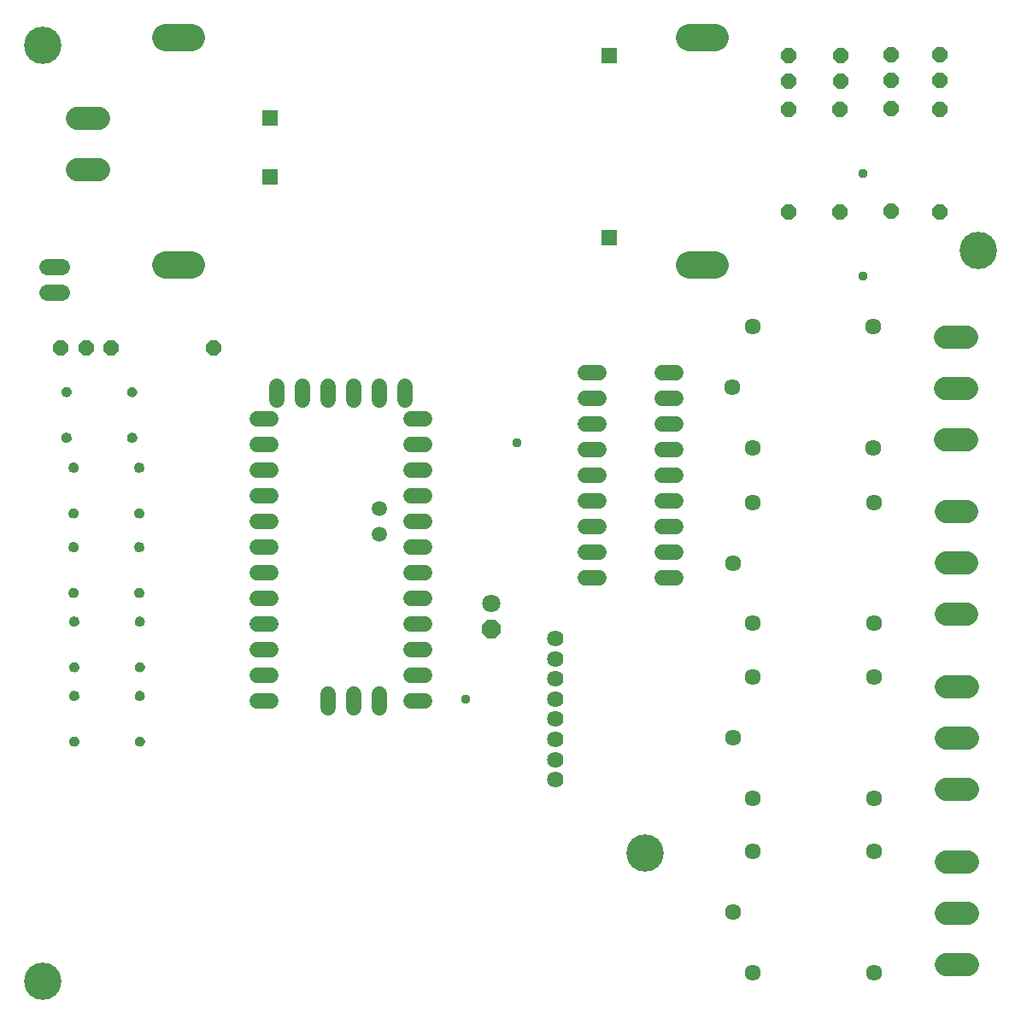
<source format=gbr>
G04 EAGLE Gerber RS-274X export*
G75*
%MOMM*%
%FSLAX34Y34*%
%LPD*%
%INSoldermask Top*%
%IPPOS*%
%AMOC8*
5,1,8,0,0,1.08239X$1,22.5*%
G01*
%ADD10C,3.703200*%
%ADD11P,1.951982X8X292.500000*%
%ADD12C,1.803400*%
%ADD13C,2.743200*%
%ADD14P,1.649562X8X292.500000*%
%ADD15P,1.649562X8X112.500000*%
%ADD16C,1.625600*%
%ADD17C,1.511200*%
%ADD18C,1.511200*%
%ADD19R,1.511200X1.511200*%
%ADD20C,1.524000*%
%ADD21P,1.649562X8X202.500000*%
%ADD22P,1.649562X8X22.500000*%
%ADD23C,2.298700*%
%ADD24C,1.625600*%
%ADD25C,1.611200*%
%ADD26C,0.959600*%

G36*
X127549Y616523D02*
X127549Y616523D01*
X127597Y616537D01*
X127687Y616555D01*
X128596Y616876D01*
X128640Y616901D01*
X128724Y616938D01*
X129539Y617453D01*
X129576Y617487D01*
X129649Y617542D01*
X130329Y618226D01*
X130358Y618267D01*
X130417Y618337D01*
X130928Y619155D01*
X130946Y619202D01*
X130989Y619283D01*
X131304Y620194D01*
X131312Y620244D01*
X131336Y620333D01*
X131441Y621291D01*
X131438Y621321D01*
X131444Y621360D01*
X131444Y621461D01*
X131439Y621489D01*
X131441Y621525D01*
X131342Y622498D01*
X131329Y622547D01*
X131312Y622637D01*
X131000Y623564D01*
X130975Y623608D01*
X130940Y623693D01*
X130429Y624527D01*
X130395Y624565D01*
X130341Y624639D01*
X129657Y625339D01*
X129616Y625368D01*
X129547Y625428D01*
X128725Y625958D01*
X128678Y625978D01*
X128598Y626022D01*
X127678Y626355D01*
X127629Y626364D01*
X127540Y626389D01*
X126569Y626509D01*
X126559Y626509D01*
X126547Y626512D01*
X126244Y626539D01*
X126194Y626534D01*
X126095Y626534D01*
X125138Y626392D01*
X125090Y626376D01*
X125000Y626356D01*
X124098Y626004D01*
X124055Y625978D01*
X123973Y625938D01*
X123172Y625395D01*
X123136Y625359D01*
X123064Y625302D01*
X122404Y624594D01*
X122377Y624552D01*
X122320Y624480D01*
X121834Y623643D01*
X121817Y623595D01*
X121777Y623512D01*
X121490Y622588D01*
X121484Y622538D01*
X121463Y622448D01*
X121397Y621583D01*
X121395Y621575D01*
X121395Y621557D01*
X121392Y621516D01*
X121388Y621487D01*
X121388Y621435D01*
X121393Y621408D01*
X121496Y620441D01*
X121510Y620393D01*
X121527Y620302D01*
X121846Y619372D01*
X121871Y619328D01*
X121907Y619243D01*
X122426Y618407D01*
X122459Y618370D01*
X122514Y618296D01*
X123205Y617596D01*
X123247Y617567D01*
X123316Y617506D01*
X124146Y616978D01*
X124193Y616959D01*
X124274Y616916D01*
X125201Y616585D01*
X125251Y616577D01*
X125339Y616553D01*
X126292Y616440D01*
X126396Y616420D01*
X126400Y616420D01*
X126403Y616418D01*
X126591Y616412D01*
X127549Y616523D01*
G37*
G36*
X62525Y616498D02*
X62525Y616498D01*
X62573Y616512D01*
X62663Y616530D01*
X63572Y616851D01*
X63616Y616876D01*
X63700Y616913D01*
X64515Y617428D01*
X64552Y617462D01*
X64625Y617517D01*
X65305Y618201D01*
X65334Y618242D01*
X65393Y618312D01*
X65904Y619130D01*
X65922Y619177D01*
X65965Y619258D01*
X66280Y620169D01*
X66288Y620219D01*
X66312Y620308D01*
X66417Y621266D01*
X66414Y621296D01*
X66420Y621335D01*
X66420Y621436D01*
X66415Y621464D01*
X66417Y621500D01*
X66318Y622473D01*
X66305Y622522D01*
X66288Y622612D01*
X65976Y623539D01*
X65951Y623583D01*
X65916Y623668D01*
X65405Y624502D01*
X65371Y624540D01*
X65317Y624614D01*
X64633Y625314D01*
X64592Y625343D01*
X64523Y625403D01*
X63701Y625933D01*
X63654Y625953D01*
X63574Y625997D01*
X62654Y626330D01*
X62605Y626339D01*
X62516Y626364D01*
X61545Y626484D01*
X61535Y626484D01*
X61523Y626487D01*
X61220Y626514D01*
X61170Y626509D01*
X61071Y626509D01*
X60114Y626367D01*
X60066Y626351D01*
X59976Y626331D01*
X59074Y625979D01*
X59031Y625953D01*
X58949Y625913D01*
X58148Y625370D01*
X58112Y625334D01*
X58040Y625277D01*
X57380Y624569D01*
X57353Y624527D01*
X57296Y624455D01*
X56810Y623618D01*
X56793Y623570D01*
X56753Y623487D01*
X56466Y622563D01*
X56460Y622513D01*
X56439Y622423D01*
X56373Y621558D01*
X56371Y621550D01*
X56371Y621532D01*
X56368Y621491D01*
X56364Y621462D01*
X56364Y621410D01*
X56369Y621383D01*
X56472Y620416D01*
X56486Y620368D01*
X56503Y620277D01*
X56822Y619347D01*
X56847Y619303D01*
X56883Y619218D01*
X57402Y618382D01*
X57435Y618345D01*
X57490Y618271D01*
X58181Y617571D01*
X58223Y617542D01*
X58292Y617481D01*
X59122Y616953D01*
X59169Y616934D01*
X59250Y616891D01*
X60177Y616560D01*
X60227Y616552D01*
X60315Y616528D01*
X61268Y616415D01*
X61372Y616395D01*
X61376Y616395D01*
X61379Y616393D01*
X61567Y616387D01*
X62525Y616498D01*
G37*
G36*
X62525Y571260D02*
X62525Y571260D01*
X62573Y571274D01*
X62663Y571292D01*
X63572Y571613D01*
X63616Y571638D01*
X63700Y571675D01*
X64515Y572190D01*
X64552Y572224D01*
X64625Y572279D01*
X65305Y572963D01*
X65334Y573004D01*
X65393Y573074D01*
X65904Y573892D01*
X65922Y573939D01*
X65965Y574020D01*
X66280Y574931D01*
X66288Y574981D01*
X66312Y575070D01*
X66417Y576028D01*
X66414Y576058D01*
X66420Y576097D01*
X66420Y576198D01*
X66415Y576226D01*
X66417Y576262D01*
X66318Y577235D01*
X66305Y577284D01*
X66288Y577374D01*
X65976Y578301D01*
X65951Y578345D01*
X65916Y578430D01*
X65405Y579264D01*
X65371Y579302D01*
X65317Y579376D01*
X64633Y580076D01*
X64592Y580105D01*
X64523Y580165D01*
X63701Y580695D01*
X63654Y580715D01*
X63574Y580759D01*
X62654Y581092D01*
X62605Y581101D01*
X62516Y581126D01*
X61545Y581246D01*
X61535Y581246D01*
X61523Y581249D01*
X61220Y581276D01*
X61170Y581271D01*
X61071Y581271D01*
X60114Y581129D01*
X60066Y581113D01*
X59976Y581093D01*
X59074Y580741D01*
X59031Y580715D01*
X58949Y580675D01*
X58148Y580132D01*
X58112Y580096D01*
X58040Y580039D01*
X57380Y579331D01*
X57353Y579289D01*
X57296Y579217D01*
X56810Y578380D01*
X56793Y578332D01*
X56753Y578249D01*
X56466Y577325D01*
X56460Y577275D01*
X56439Y577185D01*
X56373Y576320D01*
X56371Y576312D01*
X56371Y576294D01*
X56368Y576253D01*
X56364Y576224D01*
X56364Y576172D01*
X56369Y576145D01*
X56472Y575178D01*
X56486Y575130D01*
X56503Y575039D01*
X56822Y574109D01*
X56847Y574065D01*
X56883Y573980D01*
X57402Y573144D01*
X57435Y573107D01*
X57490Y573033D01*
X58181Y572333D01*
X58223Y572304D01*
X58292Y572243D01*
X59122Y571715D01*
X59169Y571696D01*
X59250Y571653D01*
X60177Y571322D01*
X60227Y571314D01*
X60315Y571290D01*
X61268Y571177D01*
X61372Y571157D01*
X61376Y571157D01*
X61379Y571155D01*
X61567Y571149D01*
X62525Y571260D01*
G37*
G36*
X127600Y571235D02*
X127600Y571235D01*
X127648Y571249D01*
X127738Y571267D01*
X128647Y571588D01*
X128691Y571613D01*
X128775Y571650D01*
X129590Y572165D01*
X129627Y572199D01*
X129700Y572254D01*
X130380Y572938D01*
X130409Y572979D01*
X130468Y573049D01*
X130979Y573867D01*
X130997Y573914D01*
X131040Y573995D01*
X131355Y574906D01*
X131363Y574956D01*
X131387Y575045D01*
X131492Y576003D01*
X131489Y576033D01*
X131495Y576072D01*
X131495Y576173D01*
X131490Y576201D01*
X131492Y576237D01*
X131393Y577210D01*
X131380Y577259D01*
X131363Y577349D01*
X131051Y578276D01*
X131026Y578320D01*
X130991Y578405D01*
X130480Y579239D01*
X130446Y579277D01*
X130392Y579351D01*
X129708Y580051D01*
X129667Y580080D01*
X129598Y580140D01*
X128776Y580670D01*
X128729Y580690D01*
X128649Y580734D01*
X127729Y581067D01*
X127680Y581076D01*
X127591Y581101D01*
X126620Y581221D01*
X126610Y581221D01*
X126598Y581224D01*
X126295Y581251D01*
X126245Y581246D01*
X126146Y581246D01*
X125189Y581104D01*
X125141Y581088D01*
X125051Y581068D01*
X124149Y580716D01*
X124106Y580690D01*
X124024Y580650D01*
X123223Y580107D01*
X123187Y580071D01*
X123115Y580014D01*
X122455Y579306D01*
X122428Y579264D01*
X122371Y579192D01*
X121885Y578355D01*
X121868Y578307D01*
X121828Y578224D01*
X121541Y577300D01*
X121535Y577250D01*
X121514Y577160D01*
X121448Y576295D01*
X121446Y576287D01*
X121446Y576269D01*
X121443Y576228D01*
X121439Y576199D01*
X121439Y576147D01*
X121444Y576120D01*
X121547Y575153D01*
X121561Y575105D01*
X121578Y575014D01*
X121897Y574084D01*
X121922Y574040D01*
X121958Y573955D01*
X122477Y573119D01*
X122510Y573082D01*
X122565Y573008D01*
X123256Y572308D01*
X123298Y572279D01*
X123367Y572218D01*
X124197Y571690D01*
X124244Y571671D01*
X124325Y571628D01*
X125252Y571297D01*
X125302Y571289D01*
X125390Y571265D01*
X126343Y571152D01*
X126447Y571132D01*
X126451Y571132D01*
X126454Y571130D01*
X126642Y571124D01*
X127600Y571235D01*
G37*
G36*
X134534Y541593D02*
X134534Y541593D01*
X134582Y541607D01*
X134672Y541625D01*
X135581Y541946D01*
X135625Y541971D01*
X135709Y542008D01*
X136524Y542523D01*
X136561Y542557D01*
X136634Y542612D01*
X137314Y543296D01*
X137343Y543337D01*
X137402Y543407D01*
X137913Y544225D01*
X137931Y544272D01*
X137974Y544353D01*
X138289Y545264D01*
X138297Y545314D01*
X138321Y545403D01*
X138426Y546361D01*
X138423Y546391D01*
X138429Y546430D01*
X138429Y546531D01*
X138424Y546559D01*
X138426Y546595D01*
X138327Y547568D01*
X138314Y547617D01*
X138297Y547707D01*
X137985Y548634D01*
X137960Y548678D01*
X137925Y548763D01*
X137414Y549597D01*
X137380Y549635D01*
X137326Y549709D01*
X136642Y550409D01*
X136601Y550438D01*
X136532Y550498D01*
X135710Y551028D01*
X135663Y551048D01*
X135583Y551092D01*
X134663Y551425D01*
X134614Y551434D01*
X134525Y551459D01*
X133554Y551579D01*
X133544Y551579D01*
X133532Y551582D01*
X133229Y551609D01*
X133179Y551604D01*
X133080Y551604D01*
X132123Y551462D01*
X132075Y551446D01*
X131985Y551426D01*
X131083Y551074D01*
X131040Y551048D01*
X130958Y551008D01*
X130157Y550465D01*
X130121Y550429D01*
X130049Y550372D01*
X129389Y549664D01*
X129362Y549622D01*
X129305Y549550D01*
X128819Y548713D01*
X128802Y548665D01*
X128762Y548582D01*
X128475Y547658D01*
X128469Y547608D01*
X128448Y547518D01*
X128382Y546653D01*
X128380Y546645D01*
X128380Y546627D01*
X128377Y546586D01*
X128373Y546557D01*
X128373Y546505D01*
X128378Y546478D01*
X128481Y545511D01*
X128495Y545463D01*
X128512Y545372D01*
X128831Y544442D01*
X128856Y544398D01*
X128892Y544313D01*
X129411Y543477D01*
X129444Y543440D01*
X129499Y543366D01*
X130190Y542666D01*
X130232Y542637D01*
X130301Y542576D01*
X131131Y542048D01*
X131178Y542029D01*
X131259Y541986D01*
X132186Y541655D01*
X132236Y541647D01*
X132324Y541623D01*
X133277Y541510D01*
X133381Y541490D01*
X133385Y541490D01*
X133388Y541488D01*
X133576Y541482D01*
X134534Y541593D01*
G37*
G36*
X69510Y541568D02*
X69510Y541568D01*
X69558Y541582D01*
X69648Y541600D01*
X70557Y541921D01*
X70601Y541946D01*
X70685Y541983D01*
X71500Y542498D01*
X71537Y542532D01*
X71610Y542587D01*
X72290Y543271D01*
X72319Y543312D01*
X72378Y543382D01*
X72889Y544200D01*
X72907Y544247D01*
X72950Y544328D01*
X73265Y545239D01*
X73273Y545289D01*
X73297Y545378D01*
X73402Y546336D01*
X73399Y546366D01*
X73405Y546405D01*
X73405Y546506D01*
X73400Y546534D01*
X73402Y546570D01*
X73303Y547543D01*
X73290Y547592D01*
X73273Y547682D01*
X72961Y548609D01*
X72936Y548653D01*
X72901Y548738D01*
X72390Y549572D01*
X72356Y549610D01*
X72302Y549684D01*
X71618Y550384D01*
X71577Y550413D01*
X71508Y550473D01*
X70686Y551003D01*
X70639Y551023D01*
X70559Y551067D01*
X69639Y551400D01*
X69590Y551409D01*
X69501Y551434D01*
X68530Y551554D01*
X68520Y551554D01*
X68508Y551557D01*
X68205Y551584D01*
X68155Y551579D01*
X68056Y551579D01*
X67099Y551437D01*
X67051Y551421D01*
X66961Y551401D01*
X66059Y551049D01*
X66016Y551023D01*
X65934Y550983D01*
X65133Y550440D01*
X65097Y550404D01*
X65025Y550347D01*
X64365Y549639D01*
X64338Y549597D01*
X64281Y549525D01*
X63795Y548688D01*
X63778Y548640D01*
X63738Y548557D01*
X63451Y547633D01*
X63445Y547583D01*
X63424Y547493D01*
X63358Y546628D01*
X63356Y546620D01*
X63356Y546602D01*
X63353Y546561D01*
X63349Y546532D01*
X63349Y546480D01*
X63354Y546453D01*
X63457Y545486D01*
X63471Y545438D01*
X63488Y545347D01*
X63807Y544417D01*
X63832Y544373D01*
X63868Y544288D01*
X64387Y543452D01*
X64420Y543415D01*
X64475Y543341D01*
X65166Y542641D01*
X65208Y542612D01*
X65277Y542551D01*
X66107Y542023D01*
X66154Y542004D01*
X66235Y541961D01*
X67162Y541630D01*
X67212Y541622D01*
X67300Y541598D01*
X68253Y541485D01*
X68357Y541465D01*
X68361Y541465D01*
X68364Y541463D01*
X68552Y541457D01*
X69510Y541568D01*
G37*
G36*
X69510Y496330D02*
X69510Y496330D01*
X69558Y496344D01*
X69648Y496362D01*
X70557Y496683D01*
X70601Y496708D01*
X70685Y496745D01*
X71500Y497260D01*
X71537Y497294D01*
X71610Y497349D01*
X72290Y498033D01*
X72319Y498074D01*
X72378Y498144D01*
X72889Y498962D01*
X72907Y499009D01*
X72950Y499090D01*
X73265Y500001D01*
X73273Y500051D01*
X73297Y500140D01*
X73402Y501098D01*
X73399Y501128D01*
X73405Y501167D01*
X73405Y501268D01*
X73400Y501296D01*
X73402Y501332D01*
X73303Y502305D01*
X73290Y502354D01*
X73273Y502444D01*
X72961Y503371D01*
X72936Y503415D01*
X72901Y503500D01*
X72390Y504334D01*
X72356Y504372D01*
X72302Y504446D01*
X71618Y505146D01*
X71577Y505175D01*
X71508Y505235D01*
X70686Y505765D01*
X70639Y505785D01*
X70559Y505829D01*
X69639Y506162D01*
X69590Y506171D01*
X69501Y506196D01*
X68530Y506316D01*
X68520Y506316D01*
X68508Y506319D01*
X68205Y506346D01*
X68155Y506341D01*
X68056Y506341D01*
X67099Y506199D01*
X67051Y506183D01*
X66961Y506163D01*
X66059Y505811D01*
X66016Y505785D01*
X65934Y505745D01*
X65133Y505202D01*
X65097Y505166D01*
X65025Y505109D01*
X64365Y504401D01*
X64338Y504359D01*
X64281Y504287D01*
X63795Y503450D01*
X63778Y503402D01*
X63738Y503319D01*
X63451Y502395D01*
X63445Y502345D01*
X63424Y502255D01*
X63358Y501390D01*
X63356Y501382D01*
X63356Y501364D01*
X63353Y501323D01*
X63349Y501294D01*
X63349Y501242D01*
X63354Y501215D01*
X63457Y500248D01*
X63471Y500200D01*
X63488Y500109D01*
X63807Y499179D01*
X63832Y499135D01*
X63868Y499050D01*
X64387Y498214D01*
X64420Y498177D01*
X64475Y498103D01*
X65166Y497403D01*
X65208Y497374D01*
X65277Y497313D01*
X66107Y496785D01*
X66154Y496766D01*
X66235Y496723D01*
X67162Y496392D01*
X67212Y496384D01*
X67300Y496360D01*
X68253Y496247D01*
X68357Y496227D01*
X68361Y496227D01*
X68364Y496225D01*
X68552Y496219D01*
X69510Y496330D01*
G37*
G36*
X134585Y496305D02*
X134585Y496305D01*
X134633Y496319D01*
X134723Y496337D01*
X135632Y496658D01*
X135676Y496683D01*
X135760Y496720D01*
X136575Y497235D01*
X136612Y497269D01*
X136685Y497324D01*
X137365Y498008D01*
X137394Y498049D01*
X137453Y498119D01*
X137964Y498937D01*
X137982Y498984D01*
X138025Y499065D01*
X138340Y499976D01*
X138348Y500026D01*
X138372Y500115D01*
X138477Y501073D01*
X138474Y501103D01*
X138480Y501142D01*
X138480Y501243D01*
X138475Y501271D01*
X138477Y501307D01*
X138378Y502280D01*
X138365Y502329D01*
X138348Y502419D01*
X138036Y503346D01*
X138011Y503390D01*
X137976Y503475D01*
X137465Y504309D01*
X137431Y504347D01*
X137377Y504421D01*
X136693Y505121D01*
X136652Y505150D01*
X136583Y505210D01*
X135761Y505740D01*
X135714Y505760D01*
X135634Y505804D01*
X134714Y506137D01*
X134665Y506146D01*
X134576Y506171D01*
X133605Y506291D01*
X133595Y506291D01*
X133583Y506294D01*
X133280Y506321D01*
X133230Y506316D01*
X133131Y506316D01*
X132174Y506174D01*
X132126Y506158D01*
X132036Y506138D01*
X131134Y505786D01*
X131091Y505760D01*
X131009Y505720D01*
X130208Y505177D01*
X130172Y505141D01*
X130100Y505084D01*
X129440Y504376D01*
X129413Y504334D01*
X129356Y504262D01*
X128870Y503425D01*
X128853Y503377D01*
X128813Y503294D01*
X128526Y502370D01*
X128520Y502320D01*
X128499Y502230D01*
X128433Y501365D01*
X128431Y501357D01*
X128431Y501339D01*
X128428Y501298D01*
X128424Y501269D01*
X128424Y501217D01*
X128429Y501190D01*
X128532Y500223D01*
X128546Y500175D01*
X128563Y500084D01*
X128882Y499154D01*
X128907Y499110D01*
X128943Y499025D01*
X129462Y498189D01*
X129495Y498152D01*
X129550Y498078D01*
X130241Y497378D01*
X130283Y497349D01*
X130352Y497288D01*
X131182Y496760D01*
X131229Y496741D01*
X131310Y496698D01*
X132237Y496367D01*
X132287Y496359D01*
X132375Y496335D01*
X133328Y496222D01*
X133432Y496202D01*
X133436Y496202D01*
X133439Y496200D01*
X133627Y496194D01*
X134585Y496305D01*
G37*
G36*
X134534Y462853D02*
X134534Y462853D01*
X134582Y462867D01*
X134672Y462885D01*
X135581Y463206D01*
X135625Y463231D01*
X135709Y463268D01*
X136524Y463783D01*
X136561Y463817D01*
X136634Y463872D01*
X137314Y464556D01*
X137343Y464597D01*
X137402Y464667D01*
X137913Y465485D01*
X137931Y465532D01*
X137974Y465613D01*
X138289Y466524D01*
X138297Y466574D01*
X138321Y466663D01*
X138426Y467621D01*
X138423Y467651D01*
X138429Y467690D01*
X138429Y467791D01*
X138424Y467819D01*
X138426Y467855D01*
X138327Y468828D01*
X138314Y468877D01*
X138297Y468967D01*
X137985Y469894D01*
X137960Y469938D01*
X137925Y470023D01*
X137414Y470857D01*
X137380Y470895D01*
X137326Y470969D01*
X136642Y471669D01*
X136601Y471698D01*
X136532Y471758D01*
X135710Y472288D01*
X135663Y472308D01*
X135583Y472352D01*
X134663Y472685D01*
X134614Y472694D01*
X134525Y472719D01*
X133554Y472839D01*
X133544Y472839D01*
X133532Y472842D01*
X133229Y472869D01*
X133179Y472864D01*
X133080Y472864D01*
X132123Y472722D01*
X132075Y472706D01*
X131985Y472686D01*
X131083Y472334D01*
X131040Y472308D01*
X130958Y472268D01*
X130157Y471725D01*
X130121Y471689D01*
X130049Y471632D01*
X129389Y470924D01*
X129362Y470882D01*
X129305Y470810D01*
X128819Y469973D01*
X128802Y469925D01*
X128762Y469842D01*
X128475Y468918D01*
X128469Y468868D01*
X128448Y468778D01*
X128382Y467913D01*
X128380Y467905D01*
X128380Y467887D01*
X128377Y467846D01*
X128373Y467817D01*
X128373Y467765D01*
X128378Y467738D01*
X128481Y466771D01*
X128495Y466723D01*
X128512Y466632D01*
X128831Y465702D01*
X128856Y465658D01*
X128892Y465573D01*
X129411Y464737D01*
X129444Y464700D01*
X129499Y464626D01*
X130190Y463926D01*
X130232Y463897D01*
X130301Y463836D01*
X131131Y463308D01*
X131178Y463289D01*
X131259Y463246D01*
X132186Y462915D01*
X132236Y462907D01*
X132324Y462883D01*
X133277Y462770D01*
X133381Y462750D01*
X133385Y462750D01*
X133388Y462748D01*
X133576Y462742D01*
X134534Y462853D01*
G37*
G36*
X69510Y462828D02*
X69510Y462828D01*
X69558Y462842D01*
X69648Y462860D01*
X70557Y463181D01*
X70601Y463206D01*
X70685Y463243D01*
X71500Y463758D01*
X71537Y463792D01*
X71610Y463847D01*
X72290Y464531D01*
X72319Y464572D01*
X72378Y464642D01*
X72889Y465460D01*
X72907Y465507D01*
X72950Y465588D01*
X73265Y466499D01*
X73273Y466549D01*
X73297Y466638D01*
X73402Y467596D01*
X73399Y467626D01*
X73405Y467665D01*
X73405Y467766D01*
X73400Y467794D01*
X73402Y467830D01*
X73303Y468803D01*
X73290Y468852D01*
X73273Y468942D01*
X72961Y469869D01*
X72936Y469913D01*
X72901Y469998D01*
X72390Y470832D01*
X72356Y470870D01*
X72302Y470944D01*
X71618Y471644D01*
X71577Y471673D01*
X71508Y471733D01*
X70686Y472263D01*
X70639Y472283D01*
X70559Y472327D01*
X69639Y472660D01*
X69590Y472669D01*
X69501Y472694D01*
X68530Y472814D01*
X68520Y472814D01*
X68508Y472817D01*
X68205Y472844D01*
X68155Y472839D01*
X68056Y472839D01*
X67099Y472697D01*
X67051Y472681D01*
X66961Y472661D01*
X66059Y472309D01*
X66016Y472283D01*
X65934Y472243D01*
X65133Y471700D01*
X65097Y471664D01*
X65025Y471607D01*
X64365Y470899D01*
X64338Y470857D01*
X64281Y470785D01*
X63795Y469948D01*
X63778Y469900D01*
X63738Y469817D01*
X63451Y468893D01*
X63445Y468843D01*
X63424Y468753D01*
X63358Y467888D01*
X63356Y467880D01*
X63356Y467862D01*
X63353Y467821D01*
X63349Y467792D01*
X63349Y467740D01*
X63354Y467713D01*
X63457Y466746D01*
X63471Y466698D01*
X63488Y466607D01*
X63807Y465677D01*
X63832Y465633D01*
X63868Y465548D01*
X64387Y464712D01*
X64420Y464675D01*
X64475Y464601D01*
X65166Y463901D01*
X65208Y463872D01*
X65277Y463811D01*
X66107Y463283D01*
X66154Y463264D01*
X66235Y463221D01*
X67162Y462890D01*
X67212Y462882D01*
X67300Y462858D01*
X68253Y462745D01*
X68357Y462725D01*
X68361Y462725D01*
X68364Y462723D01*
X68552Y462717D01*
X69510Y462828D01*
G37*
G36*
X69510Y417590D02*
X69510Y417590D01*
X69558Y417604D01*
X69648Y417622D01*
X70557Y417943D01*
X70601Y417968D01*
X70685Y418005D01*
X71500Y418520D01*
X71537Y418554D01*
X71610Y418609D01*
X72290Y419293D01*
X72319Y419334D01*
X72378Y419404D01*
X72889Y420222D01*
X72907Y420269D01*
X72950Y420350D01*
X73265Y421261D01*
X73273Y421311D01*
X73297Y421400D01*
X73402Y422358D01*
X73399Y422388D01*
X73405Y422427D01*
X73405Y422528D01*
X73400Y422556D01*
X73402Y422592D01*
X73303Y423565D01*
X73290Y423614D01*
X73273Y423704D01*
X72961Y424631D01*
X72936Y424675D01*
X72901Y424760D01*
X72390Y425594D01*
X72356Y425632D01*
X72302Y425706D01*
X71618Y426406D01*
X71577Y426435D01*
X71508Y426495D01*
X70686Y427025D01*
X70639Y427045D01*
X70559Y427089D01*
X69639Y427422D01*
X69590Y427431D01*
X69501Y427456D01*
X68530Y427576D01*
X68520Y427576D01*
X68508Y427579D01*
X68205Y427606D01*
X68155Y427601D01*
X68056Y427601D01*
X67099Y427459D01*
X67051Y427443D01*
X66961Y427423D01*
X66059Y427071D01*
X66016Y427045D01*
X65934Y427005D01*
X65133Y426462D01*
X65097Y426426D01*
X65025Y426369D01*
X64365Y425661D01*
X64338Y425619D01*
X64281Y425547D01*
X63795Y424710D01*
X63778Y424662D01*
X63738Y424579D01*
X63451Y423655D01*
X63445Y423605D01*
X63424Y423515D01*
X63358Y422650D01*
X63356Y422642D01*
X63356Y422624D01*
X63353Y422583D01*
X63349Y422554D01*
X63349Y422502D01*
X63354Y422475D01*
X63457Y421508D01*
X63471Y421460D01*
X63488Y421369D01*
X63807Y420439D01*
X63832Y420395D01*
X63868Y420310D01*
X64387Y419474D01*
X64420Y419437D01*
X64475Y419363D01*
X65166Y418663D01*
X65208Y418634D01*
X65277Y418573D01*
X66107Y418045D01*
X66154Y418026D01*
X66235Y417983D01*
X67162Y417652D01*
X67212Y417644D01*
X67300Y417620D01*
X68253Y417507D01*
X68357Y417487D01*
X68361Y417487D01*
X68364Y417485D01*
X68552Y417479D01*
X69510Y417590D01*
G37*
G36*
X134585Y417565D02*
X134585Y417565D01*
X134633Y417579D01*
X134723Y417597D01*
X135632Y417918D01*
X135676Y417943D01*
X135760Y417980D01*
X136575Y418495D01*
X136612Y418529D01*
X136685Y418584D01*
X137365Y419268D01*
X137394Y419309D01*
X137453Y419379D01*
X137964Y420197D01*
X137982Y420244D01*
X138025Y420325D01*
X138340Y421236D01*
X138348Y421286D01*
X138372Y421375D01*
X138477Y422333D01*
X138474Y422363D01*
X138480Y422402D01*
X138480Y422503D01*
X138475Y422531D01*
X138477Y422567D01*
X138378Y423540D01*
X138365Y423589D01*
X138348Y423679D01*
X138036Y424606D01*
X138011Y424650D01*
X137976Y424735D01*
X137465Y425569D01*
X137431Y425607D01*
X137377Y425681D01*
X136693Y426381D01*
X136652Y426410D01*
X136583Y426470D01*
X135761Y427000D01*
X135714Y427020D01*
X135634Y427064D01*
X134714Y427397D01*
X134665Y427406D01*
X134576Y427431D01*
X133605Y427551D01*
X133595Y427551D01*
X133583Y427554D01*
X133280Y427581D01*
X133230Y427576D01*
X133131Y427576D01*
X132174Y427434D01*
X132126Y427418D01*
X132036Y427398D01*
X131134Y427046D01*
X131091Y427020D01*
X131009Y426980D01*
X130208Y426437D01*
X130172Y426401D01*
X130100Y426344D01*
X129440Y425636D01*
X129413Y425594D01*
X129356Y425522D01*
X128870Y424685D01*
X128853Y424637D01*
X128813Y424554D01*
X128526Y423630D01*
X128520Y423580D01*
X128499Y423490D01*
X128433Y422625D01*
X128431Y422617D01*
X128431Y422599D01*
X128428Y422558D01*
X128424Y422529D01*
X128424Y422477D01*
X128429Y422450D01*
X128532Y421483D01*
X128546Y421435D01*
X128563Y421344D01*
X128882Y420414D01*
X128907Y420370D01*
X128943Y420285D01*
X129462Y419449D01*
X129495Y419412D01*
X129550Y419338D01*
X130241Y418638D01*
X130283Y418609D01*
X130352Y418548D01*
X131182Y418020D01*
X131229Y418001D01*
X131310Y417958D01*
X132237Y417627D01*
X132287Y417619D01*
X132375Y417595D01*
X133328Y417482D01*
X133432Y417462D01*
X133436Y417462D01*
X133439Y417460D01*
X133627Y417454D01*
X134585Y417565D01*
G37*
G36*
X135169Y389193D02*
X135169Y389193D01*
X135217Y389207D01*
X135307Y389225D01*
X136216Y389546D01*
X136260Y389571D01*
X136344Y389608D01*
X137159Y390123D01*
X137196Y390157D01*
X137269Y390212D01*
X137949Y390896D01*
X137978Y390937D01*
X138037Y391007D01*
X138548Y391825D01*
X138566Y391872D01*
X138609Y391953D01*
X138924Y392864D01*
X138932Y392914D01*
X138956Y393003D01*
X139061Y393961D01*
X139058Y393991D01*
X139064Y394030D01*
X139064Y394131D01*
X139059Y394159D01*
X139061Y394195D01*
X138962Y395168D01*
X138949Y395217D01*
X138932Y395307D01*
X138620Y396234D01*
X138595Y396278D01*
X138560Y396363D01*
X138049Y397197D01*
X138015Y397235D01*
X137961Y397309D01*
X137277Y398009D01*
X137236Y398038D01*
X137167Y398098D01*
X136345Y398628D01*
X136298Y398648D01*
X136218Y398692D01*
X135298Y399025D01*
X135249Y399034D01*
X135160Y399059D01*
X134189Y399179D01*
X134179Y399179D01*
X134167Y399182D01*
X133864Y399209D01*
X133814Y399204D01*
X133715Y399204D01*
X132758Y399062D01*
X132710Y399046D01*
X132620Y399026D01*
X131718Y398674D01*
X131675Y398648D01*
X131593Y398608D01*
X130792Y398065D01*
X130756Y398029D01*
X130684Y397972D01*
X130024Y397264D01*
X129997Y397222D01*
X129940Y397150D01*
X129454Y396313D01*
X129437Y396265D01*
X129397Y396182D01*
X129110Y395258D01*
X129104Y395208D01*
X129083Y395118D01*
X129017Y394253D01*
X129015Y394245D01*
X129015Y394227D01*
X129012Y394186D01*
X129008Y394157D01*
X129008Y394105D01*
X129013Y394078D01*
X129116Y393111D01*
X129130Y393063D01*
X129147Y392972D01*
X129466Y392042D01*
X129491Y391998D01*
X129527Y391913D01*
X130046Y391077D01*
X130079Y391040D01*
X130134Y390966D01*
X130825Y390266D01*
X130867Y390237D01*
X130936Y390176D01*
X131766Y389648D01*
X131813Y389629D01*
X131894Y389586D01*
X132821Y389255D01*
X132871Y389247D01*
X132959Y389223D01*
X133912Y389110D01*
X134016Y389090D01*
X134020Y389090D01*
X134023Y389088D01*
X134211Y389082D01*
X135169Y389193D01*
G37*
G36*
X70145Y389168D02*
X70145Y389168D01*
X70193Y389182D01*
X70283Y389200D01*
X71192Y389521D01*
X71236Y389546D01*
X71320Y389583D01*
X72135Y390098D01*
X72172Y390132D01*
X72245Y390187D01*
X72925Y390871D01*
X72954Y390912D01*
X73013Y390982D01*
X73524Y391800D01*
X73542Y391847D01*
X73585Y391928D01*
X73900Y392839D01*
X73908Y392889D01*
X73932Y392978D01*
X74037Y393936D01*
X74034Y393966D01*
X74040Y394005D01*
X74040Y394106D01*
X74035Y394134D01*
X74037Y394170D01*
X73938Y395143D01*
X73925Y395192D01*
X73908Y395282D01*
X73596Y396209D01*
X73571Y396253D01*
X73536Y396338D01*
X73025Y397172D01*
X72991Y397210D01*
X72937Y397284D01*
X72253Y397984D01*
X72212Y398013D01*
X72143Y398073D01*
X71321Y398603D01*
X71274Y398623D01*
X71194Y398667D01*
X70274Y399000D01*
X70225Y399009D01*
X70136Y399034D01*
X69165Y399154D01*
X69155Y399154D01*
X69143Y399157D01*
X68840Y399184D01*
X68790Y399179D01*
X68691Y399179D01*
X67734Y399037D01*
X67686Y399021D01*
X67596Y399001D01*
X66694Y398649D01*
X66651Y398623D01*
X66569Y398583D01*
X65768Y398040D01*
X65732Y398004D01*
X65660Y397947D01*
X65000Y397239D01*
X64973Y397197D01*
X64916Y397125D01*
X64430Y396288D01*
X64413Y396240D01*
X64373Y396157D01*
X64086Y395233D01*
X64080Y395183D01*
X64059Y395093D01*
X63993Y394228D01*
X63991Y394220D01*
X63991Y394202D01*
X63988Y394161D01*
X63984Y394132D01*
X63984Y394080D01*
X63989Y394053D01*
X64092Y393086D01*
X64106Y393038D01*
X64123Y392947D01*
X64442Y392017D01*
X64467Y391973D01*
X64503Y391888D01*
X65022Y391052D01*
X65055Y391015D01*
X65110Y390941D01*
X65801Y390241D01*
X65843Y390212D01*
X65912Y390151D01*
X66742Y389623D01*
X66789Y389604D01*
X66870Y389561D01*
X67797Y389230D01*
X67847Y389222D01*
X67935Y389198D01*
X68888Y389085D01*
X68992Y389065D01*
X68996Y389065D01*
X68999Y389063D01*
X69187Y389057D01*
X70145Y389168D01*
G37*
G36*
X70145Y343930D02*
X70145Y343930D01*
X70193Y343944D01*
X70283Y343962D01*
X71192Y344283D01*
X71236Y344308D01*
X71320Y344345D01*
X72135Y344860D01*
X72172Y344894D01*
X72245Y344949D01*
X72925Y345633D01*
X72954Y345674D01*
X73013Y345744D01*
X73524Y346562D01*
X73542Y346609D01*
X73585Y346690D01*
X73900Y347601D01*
X73908Y347651D01*
X73932Y347740D01*
X74037Y348698D01*
X74034Y348728D01*
X74040Y348767D01*
X74040Y348868D01*
X74035Y348896D01*
X74037Y348932D01*
X73938Y349905D01*
X73925Y349954D01*
X73908Y350044D01*
X73596Y350971D01*
X73571Y351015D01*
X73536Y351100D01*
X73025Y351934D01*
X72991Y351972D01*
X72937Y352046D01*
X72253Y352746D01*
X72212Y352775D01*
X72143Y352835D01*
X71321Y353365D01*
X71274Y353385D01*
X71194Y353429D01*
X70274Y353762D01*
X70225Y353771D01*
X70136Y353796D01*
X69165Y353916D01*
X69155Y353916D01*
X69143Y353919D01*
X68840Y353946D01*
X68790Y353941D01*
X68691Y353941D01*
X67734Y353799D01*
X67686Y353783D01*
X67596Y353763D01*
X66694Y353411D01*
X66651Y353385D01*
X66569Y353345D01*
X65768Y352802D01*
X65732Y352766D01*
X65660Y352709D01*
X65000Y352001D01*
X64973Y351959D01*
X64916Y351887D01*
X64430Y351050D01*
X64413Y351002D01*
X64373Y350919D01*
X64086Y349995D01*
X64080Y349945D01*
X64059Y349855D01*
X63993Y348990D01*
X63991Y348982D01*
X63991Y348964D01*
X63988Y348923D01*
X63984Y348894D01*
X63984Y348842D01*
X63989Y348815D01*
X64092Y347848D01*
X64106Y347800D01*
X64123Y347709D01*
X64442Y346779D01*
X64467Y346735D01*
X64503Y346650D01*
X65022Y345814D01*
X65055Y345777D01*
X65110Y345703D01*
X65801Y345003D01*
X65843Y344974D01*
X65912Y344913D01*
X66742Y344385D01*
X66789Y344366D01*
X66870Y344323D01*
X67797Y343992D01*
X67847Y343984D01*
X67935Y343960D01*
X68888Y343847D01*
X68992Y343827D01*
X68996Y343827D01*
X68999Y343825D01*
X69187Y343819D01*
X70145Y343930D01*
G37*
G36*
X135220Y343905D02*
X135220Y343905D01*
X135268Y343919D01*
X135358Y343937D01*
X136267Y344258D01*
X136311Y344283D01*
X136395Y344320D01*
X137210Y344835D01*
X137247Y344869D01*
X137320Y344924D01*
X138000Y345608D01*
X138029Y345649D01*
X138088Y345719D01*
X138599Y346537D01*
X138617Y346584D01*
X138660Y346665D01*
X138975Y347576D01*
X138983Y347626D01*
X139007Y347715D01*
X139112Y348673D01*
X139109Y348703D01*
X139115Y348742D01*
X139115Y348843D01*
X139110Y348871D01*
X139112Y348907D01*
X139013Y349880D01*
X139000Y349929D01*
X138983Y350019D01*
X138671Y350946D01*
X138646Y350990D01*
X138611Y351075D01*
X138100Y351909D01*
X138066Y351947D01*
X138012Y352021D01*
X137328Y352721D01*
X137287Y352750D01*
X137218Y352810D01*
X136396Y353340D01*
X136349Y353360D01*
X136269Y353404D01*
X135349Y353737D01*
X135300Y353746D01*
X135211Y353771D01*
X134240Y353891D01*
X134230Y353891D01*
X134218Y353894D01*
X133915Y353921D01*
X133865Y353916D01*
X133766Y353916D01*
X132809Y353774D01*
X132761Y353758D01*
X132671Y353738D01*
X131769Y353386D01*
X131726Y353360D01*
X131644Y353320D01*
X130843Y352777D01*
X130807Y352741D01*
X130735Y352684D01*
X130075Y351976D01*
X130048Y351934D01*
X129991Y351862D01*
X129505Y351025D01*
X129488Y350977D01*
X129448Y350894D01*
X129161Y349970D01*
X129155Y349920D01*
X129134Y349830D01*
X129068Y348965D01*
X129066Y348957D01*
X129066Y348939D01*
X129063Y348898D01*
X129059Y348869D01*
X129059Y348817D01*
X129064Y348790D01*
X129167Y347823D01*
X129181Y347775D01*
X129198Y347684D01*
X129517Y346754D01*
X129542Y346710D01*
X129578Y346625D01*
X130097Y345789D01*
X130130Y345752D01*
X130185Y345678D01*
X130876Y344978D01*
X130918Y344949D01*
X130987Y344888D01*
X131817Y344360D01*
X131864Y344341D01*
X131945Y344298D01*
X132872Y343967D01*
X132922Y343959D01*
X133010Y343935D01*
X133963Y343822D01*
X134067Y343802D01*
X134071Y343802D01*
X134074Y343800D01*
X134262Y343794D01*
X135220Y343905D01*
G37*
G36*
X135169Y315533D02*
X135169Y315533D01*
X135217Y315547D01*
X135307Y315565D01*
X136216Y315886D01*
X136260Y315911D01*
X136344Y315948D01*
X137159Y316463D01*
X137196Y316497D01*
X137269Y316552D01*
X137949Y317236D01*
X137978Y317277D01*
X138037Y317347D01*
X138548Y318165D01*
X138566Y318212D01*
X138609Y318293D01*
X138924Y319204D01*
X138932Y319254D01*
X138956Y319343D01*
X139061Y320301D01*
X139058Y320331D01*
X139064Y320370D01*
X139064Y320471D01*
X139059Y320499D01*
X139061Y320535D01*
X138962Y321508D01*
X138949Y321557D01*
X138932Y321647D01*
X138620Y322574D01*
X138595Y322618D01*
X138560Y322703D01*
X138049Y323537D01*
X138015Y323575D01*
X137961Y323649D01*
X137277Y324349D01*
X137236Y324378D01*
X137167Y324438D01*
X136345Y324968D01*
X136298Y324988D01*
X136218Y325032D01*
X135298Y325365D01*
X135249Y325374D01*
X135160Y325399D01*
X134189Y325519D01*
X134179Y325519D01*
X134167Y325522D01*
X133864Y325549D01*
X133814Y325544D01*
X133715Y325544D01*
X132758Y325402D01*
X132710Y325386D01*
X132620Y325366D01*
X131718Y325014D01*
X131675Y324988D01*
X131593Y324948D01*
X130792Y324405D01*
X130756Y324369D01*
X130684Y324312D01*
X130024Y323604D01*
X129997Y323562D01*
X129940Y323490D01*
X129454Y322653D01*
X129437Y322605D01*
X129397Y322522D01*
X129110Y321598D01*
X129104Y321548D01*
X129083Y321458D01*
X129017Y320593D01*
X129015Y320585D01*
X129015Y320567D01*
X129012Y320526D01*
X129008Y320497D01*
X129008Y320445D01*
X129013Y320418D01*
X129116Y319451D01*
X129130Y319403D01*
X129147Y319312D01*
X129466Y318382D01*
X129491Y318338D01*
X129527Y318253D01*
X130046Y317417D01*
X130079Y317380D01*
X130134Y317306D01*
X130825Y316606D01*
X130867Y316577D01*
X130936Y316516D01*
X131766Y315988D01*
X131813Y315969D01*
X131894Y315926D01*
X132821Y315595D01*
X132871Y315587D01*
X132959Y315563D01*
X133912Y315450D01*
X134016Y315430D01*
X134020Y315430D01*
X134023Y315428D01*
X134211Y315422D01*
X135169Y315533D01*
G37*
G36*
X70145Y315508D02*
X70145Y315508D01*
X70193Y315522D01*
X70283Y315540D01*
X71192Y315861D01*
X71236Y315886D01*
X71320Y315923D01*
X72135Y316438D01*
X72172Y316472D01*
X72245Y316527D01*
X72925Y317211D01*
X72954Y317252D01*
X73013Y317322D01*
X73524Y318140D01*
X73542Y318187D01*
X73585Y318268D01*
X73900Y319179D01*
X73908Y319229D01*
X73932Y319318D01*
X74037Y320276D01*
X74034Y320306D01*
X74040Y320345D01*
X74040Y320446D01*
X74035Y320474D01*
X74037Y320510D01*
X73938Y321483D01*
X73925Y321532D01*
X73908Y321622D01*
X73596Y322549D01*
X73571Y322593D01*
X73536Y322678D01*
X73025Y323512D01*
X72991Y323550D01*
X72937Y323624D01*
X72253Y324324D01*
X72212Y324353D01*
X72143Y324413D01*
X71321Y324943D01*
X71274Y324963D01*
X71194Y325007D01*
X70274Y325340D01*
X70225Y325349D01*
X70136Y325374D01*
X69165Y325494D01*
X69155Y325494D01*
X69143Y325497D01*
X68840Y325524D01*
X68790Y325519D01*
X68691Y325519D01*
X67734Y325377D01*
X67686Y325361D01*
X67596Y325341D01*
X66694Y324989D01*
X66651Y324963D01*
X66569Y324923D01*
X65768Y324380D01*
X65732Y324344D01*
X65660Y324287D01*
X65000Y323579D01*
X64973Y323537D01*
X64916Y323465D01*
X64430Y322628D01*
X64413Y322580D01*
X64373Y322497D01*
X64086Y321573D01*
X64080Y321523D01*
X64059Y321433D01*
X63993Y320568D01*
X63991Y320560D01*
X63991Y320542D01*
X63988Y320501D01*
X63984Y320472D01*
X63984Y320420D01*
X63989Y320393D01*
X64092Y319426D01*
X64106Y319378D01*
X64123Y319287D01*
X64442Y318357D01*
X64467Y318313D01*
X64503Y318228D01*
X65022Y317392D01*
X65055Y317355D01*
X65110Y317281D01*
X65801Y316581D01*
X65843Y316552D01*
X65912Y316491D01*
X66742Y315963D01*
X66789Y315944D01*
X66870Y315901D01*
X67797Y315570D01*
X67847Y315562D01*
X67935Y315538D01*
X68888Y315425D01*
X68992Y315405D01*
X68996Y315405D01*
X68999Y315403D01*
X69187Y315397D01*
X70145Y315508D01*
G37*
G36*
X70145Y270270D02*
X70145Y270270D01*
X70193Y270284D01*
X70283Y270302D01*
X71192Y270623D01*
X71236Y270648D01*
X71320Y270685D01*
X72135Y271200D01*
X72172Y271234D01*
X72245Y271289D01*
X72925Y271973D01*
X72954Y272014D01*
X73013Y272084D01*
X73524Y272902D01*
X73542Y272949D01*
X73585Y273030D01*
X73900Y273941D01*
X73908Y273991D01*
X73932Y274080D01*
X74037Y275038D01*
X74034Y275068D01*
X74040Y275107D01*
X74040Y275208D01*
X74035Y275236D01*
X74037Y275272D01*
X73938Y276245D01*
X73925Y276294D01*
X73908Y276384D01*
X73596Y277311D01*
X73571Y277355D01*
X73536Y277440D01*
X73025Y278274D01*
X72991Y278312D01*
X72937Y278386D01*
X72253Y279086D01*
X72212Y279115D01*
X72143Y279175D01*
X71321Y279705D01*
X71274Y279725D01*
X71194Y279769D01*
X70274Y280102D01*
X70225Y280111D01*
X70136Y280136D01*
X69165Y280256D01*
X69155Y280256D01*
X69143Y280259D01*
X68840Y280286D01*
X68790Y280281D01*
X68691Y280281D01*
X67734Y280139D01*
X67686Y280123D01*
X67596Y280103D01*
X66694Y279751D01*
X66651Y279725D01*
X66569Y279685D01*
X65768Y279142D01*
X65732Y279106D01*
X65660Y279049D01*
X65000Y278341D01*
X64973Y278299D01*
X64916Y278227D01*
X64430Y277390D01*
X64413Y277342D01*
X64373Y277259D01*
X64086Y276335D01*
X64080Y276285D01*
X64059Y276195D01*
X63993Y275330D01*
X63991Y275322D01*
X63991Y275304D01*
X63988Y275263D01*
X63984Y275234D01*
X63984Y275182D01*
X63989Y275155D01*
X64092Y274188D01*
X64106Y274140D01*
X64123Y274049D01*
X64442Y273119D01*
X64467Y273075D01*
X64503Y272990D01*
X65022Y272154D01*
X65055Y272117D01*
X65110Y272043D01*
X65801Y271343D01*
X65843Y271314D01*
X65912Y271253D01*
X66742Y270725D01*
X66789Y270706D01*
X66870Y270663D01*
X67797Y270332D01*
X67847Y270324D01*
X67935Y270300D01*
X68888Y270187D01*
X68992Y270167D01*
X68996Y270167D01*
X68999Y270165D01*
X69187Y270159D01*
X70145Y270270D01*
G37*
G36*
X135220Y270245D02*
X135220Y270245D01*
X135268Y270259D01*
X135358Y270277D01*
X136267Y270598D01*
X136311Y270623D01*
X136395Y270660D01*
X137210Y271175D01*
X137247Y271209D01*
X137320Y271264D01*
X138000Y271948D01*
X138029Y271989D01*
X138088Y272059D01*
X138599Y272877D01*
X138617Y272924D01*
X138660Y273005D01*
X138975Y273916D01*
X138983Y273966D01*
X139007Y274055D01*
X139112Y275013D01*
X139109Y275043D01*
X139115Y275082D01*
X139115Y275183D01*
X139110Y275211D01*
X139112Y275247D01*
X139013Y276220D01*
X139000Y276269D01*
X138983Y276359D01*
X138671Y277286D01*
X138646Y277330D01*
X138611Y277415D01*
X138100Y278249D01*
X138066Y278287D01*
X138012Y278361D01*
X137328Y279061D01*
X137287Y279090D01*
X137218Y279150D01*
X136396Y279680D01*
X136349Y279700D01*
X136269Y279744D01*
X135349Y280077D01*
X135300Y280086D01*
X135211Y280111D01*
X134240Y280231D01*
X134230Y280231D01*
X134218Y280234D01*
X133915Y280261D01*
X133865Y280256D01*
X133766Y280256D01*
X132809Y280114D01*
X132761Y280098D01*
X132671Y280078D01*
X131769Y279726D01*
X131726Y279700D01*
X131644Y279660D01*
X130843Y279117D01*
X130807Y279081D01*
X130735Y279024D01*
X130075Y278316D01*
X130048Y278274D01*
X129991Y278202D01*
X129505Y277365D01*
X129488Y277317D01*
X129448Y277234D01*
X129161Y276310D01*
X129155Y276260D01*
X129134Y276170D01*
X129068Y275305D01*
X129066Y275297D01*
X129066Y275279D01*
X129063Y275238D01*
X129059Y275209D01*
X129059Y275157D01*
X129064Y275130D01*
X129167Y274163D01*
X129181Y274115D01*
X129198Y274024D01*
X129517Y273094D01*
X129542Y273050D01*
X129578Y272965D01*
X130097Y272129D01*
X130130Y272092D01*
X130185Y272018D01*
X130876Y271318D01*
X130918Y271289D01*
X130987Y271228D01*
X131817Y270700D01*
X131864Y270681D01*
X131945Y270638D01*
X132872Y270307D01*
X132922Y270299D01*
X133010Y270275D01*
X133963Y270162D01*
X134067Y270142D01*
X134071Y270142D01*
X134074Y270140D01*
X134262Y270134D01*
X135220Y270245D01*
G37*
D10*
X38100Y965200D03*
X965200Y762000D03*
X635000Y165100D03*
X38100Y38100D03*
D11*
X482600Y386715D03*
D12*
X482600Y412115D03*
D13*
X184785Y972312D02*
X159385Y972312D01*
X159385Y747268D02*
X184785Y747268D01*
X678815Y972312D02*
X704215Y972312D01*
X704215Y747268D02*
X678815Y747268D01*
D14*
X777240Y955040D03*
X777240Y929640D03*
X828675Y955040D03*
X828675Y929640D03*
D15*
X776605Y800100D03*
X776605Y901700D03*
X828040Y799465D03*
X828040Y901065D03*
D16*
X546100Y377340D03*
X546100Y357340D03*
X546100Y337340D03*
X546100Y317340D03*
X546100Y297340D03*
X546100Y277340D03*
X546100Y257340D03*
X546100Y237340D03*
D17*
X269875Y613855D02*
X269875Y626935D01*
X295275Y626935D02*
X295275Y613855D01*
X320675Y613855D02*
X320675Y626935D01*
X346075Y626935D02*
X346075Y613855D01*
X371475Y613855D02*
X371475Y626935D01*
X396875Y626935D02*
X396875Y613855D01*
X263715Y594995D02*
X250635Y594995D01*
X250635Y569595D02*
X263715Y569595D01*
X263715Y544195D02*
X250635Y544195D01*
X250635Y518795D02*
X263715Y518795D01*
X263715Y493395D02*
X250635Y493395D01*
X250635Y467995D02*
X263715Y467995D01*
X263715Y442595D02*
X250635Y442595D01*
X250635Y417195D02*
X263715Y417195D01*
X263715Y391795D02*
X250635Y391795D01*
X250635Y366395D02*
X263715Y366395D01*
X263715Y340995D02*
X250635Y340995D01*
X250635Y315595D02*
X263715Y315595D01*
X403035Y594995D02*
X416115Y594995D01*
X416115Y569595D02*
X403035Y569595D01*
X403035Y544195D02*
X416115Y544195D01*
X416115Y518795D02*
X403035Y518795D01*
X403035Y493395D02*
X416115Y493395D01*
X416115Y467995D02*
X403035Y467995D01*
X403035Y442595D02*
X416115Y442595D01*
X416115Y417195D02*
X403035Y417195D01*
X403035Y391795D02*
X416115Y391795D01*
X416115Y366395D02*
X403035Y366395D01*
X403035Y340995D02*
X416115Y340995D01*
X416115Y315595D02*
X403035Y315595D01*
X371475Y322135D02*
X371475Y309055D01*
X346075Y309055D02*
X346075Y322135D01*
X320675Y322135D02*
X320675Y309055D01*
D18*
X371475Y506095D03*
X371475Y480695D03*
D19*
X263300Y834300D03*
X263300Y893300D03*
X599300Y954300D03*
X599300Y774300D03*
D20*
X588899Y640715D02*
X575691Y640715D01*
X575691Y615315D02*
X588899Y615315D01*
X588899Y488315D02*
X575691Y488315D01*
X575691Y462915D02*
X588899Y462915D01*
X588899Y589915D02*
X575691Y589915D01*
X575691Y564515D02*
X588899Y564515D01*
X588899Y513715D02*
X575691Y513715D01*
X575691Y539115D02*
X588899Y539115D01*
X588899Y437515D02*
X575691Y437515D01*
X651891Y437515D02*
X665099Y437515D01*
X665099Y462915D02*
X651891Y462915D01*
X651891Y488315D02*
X665099Y488315D01*
X665099Y513715D02*
X651891Y513715D01*
X651891Y539115D02*
X665099Y539115D01*
X665099Y564515D02*
X651891Y564515D01*
X651891Y589915D02*
X665099Y589915D01*
X665099Y615315D02*
X651891Y615315D01*
X651891Y640715D02*
X665099Y640715D01*
D15*
X878840Y800735D03*
X878840Y902335D03*
X927100Y800100D03*
X927100Y901700D03*
D14*
X878840Y955675D03*
X878840Y930275D03*
X927100Y955675D03*
X927100Y930275D03*
D21*
X207010Y664845D03*
X105410Y664845D03*
D22*
X55880Y665480D03*
X81280Y665480D03*
D23*
X72073Y892810D02*
X93028Y892810D01*
X93028Y842010D02*
X72073Y842010D01*
D24*
X56642Y720090D02*
X42418Y720090D01*
X42418Y745490D02*
X56642Y745490D01*
D25*
X861120Y566180D03*
X741120Y686180D03*
X721120Y626180D03*
X861120Y686180D03*
X741120Y566180D03*
X861755Y392190D03*
X741755Y512190D03*
X721755Y452190D03*
X861755Y512190D03*
X741755Y392190D03*
X861755Y218835D03*
X741755Y338835D03*
X721755Y278835D03*
X861755Y338835D03*
X741755Y218835D03*
X861755Y46115D03*
X741755Y166115D03*
X721755Y106115D03*
X861755Y166115D03*
X741755Y46115D03*
D23*
X931863Y574675D02*
X952818Y574675D01*
X952818Y625475D02*
X931863Y625475D01*
X931863Y676275D02*
X952818Y676275D01*
X953453Y401955D02*
X932498Y401955D01*
X932498Y452755D02*
X953453Y452755D01*
X953453Y503555D02*
X932498Y503555D01*
X933133Y228600D02*
X954088Y228600D01*
X954088Y279400D02*
X933133Y279400D01*
X933133Y330200D02*
X954088Y330200D01*
X954088Y54610D02*
X933133Y54610D01*
X933133Y105410D02*
X954088Y105410D01*
X954088Y156210D02*
X933133Y156210D01*
D26*
X508000Y571500D03*
X850900Y838200D03*
X850900Y736600D03*
X457200Y317500D03*
M02*

</source>
